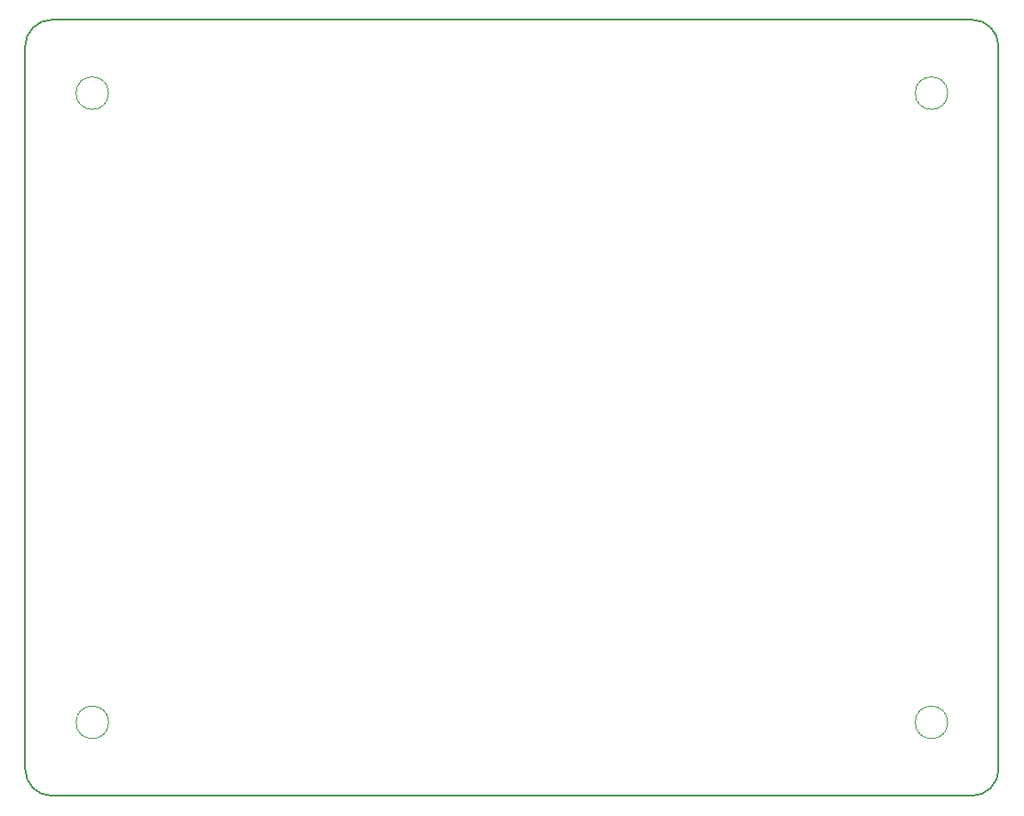
<source format=gbr>
%TF.GenerationSoftware,KiCad,Pcbnew,7.0.8*%
%TF.CreationDate,2023-11-13T13:57:56+01:00*%
%TF.ProjectId,sdi12-esphome,73646931-322d-4657-9370-686f6d652e6b,rev?*%
%TF.SameCoordinates,Original*%
%TF.FileFunction,Profile,NP*%
%FSLAX46Y46*%
G04 Gerber Fmt 4.6, Leading zero omitted, Abs format (unit mm)*
G04 Created by KiCad (PCBNEW 7.0.8) date 2023-11-13 13:57:56*
%MOMM*%
%LPD*%
G01*
G04 APERTURE LIST*
%TA.AperFunction,Profile*%
%ADD10C,0.050000*%
%TD*%
%TA.AperFunction,Profile*%
%ADD11C,0.150000*%
%TD*%
G04 APERTURE END LIST*
D10*
X46950000Y-106000000D02*
G75*
G03*
X46950000Y-106000000I-1550000J0D01*
G01*
D11*
X39000000Y-110460000D02*
X39000000Y-41540000D01*
X39000000Y-110460000D02*
G75*
G03*
X41540000Y-113000000I2540000J0D01*
G01*
X41540000Y-113000000D02*
X129260000Y-113000000D01*
X131800000Y-41540000D02*
G75*
G03*
X129260000Y-39000000I-2540000J0D01*
G01*
X41540000Y-39000000D02*
G75*
G03*
X39000000Y-41540000I0J-2540000D01*
G01*
X129260000Y-113000000D02*
G75*
G03*
X131800000Y-110460000I0J2540000D01*
G01*
X131800000Y-41540000D02*
X131800000Y-110460000D01*
D10*
X126950000Y-46000000D02*
G75*
G03*
X126950000Y-46000000I-1550000J0D01*
G01*
X46950000Y-46000000D02*
G75*
G03*
X46950000Y-46000000I-1550000J0D01*
G01*
D11*
X41540000Y-39000000D02*
X129260000Y-39000000D01*
D10*
X126950000Y-106000000D02*
G75*
G03*
X126950000Y-106000000I-1550000J0D01*
G01*
M02*

</source>
